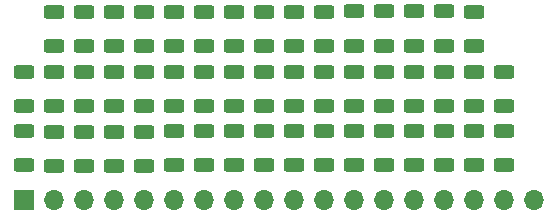
<source format=gts>
G04 #@! TF.GenerationSoftware,KiCad,Pcbnew,7.0.9-7.0.9~ubuntu22.04.1*
G04 #@! TF.CreationDate,2023-11-21T00:20:31+01:00*
G04 #@! TF.ProjectId,dac-pcb,6461632d-7063-4622-9e6b-696361645f70,rev?*
G04 #@! TF.SameCoordinates,Original*
G04 #@! TF.FileFunction,Soldermask,Top*
G04 #@! TF.FilePolarity,Negative*
%FSLAX46Y46*%
G04 Gerber Fmt 4.6, Leading zero omitted, Abs format (unit mm)*
G04 Created by KiCad (PCBNEW 7.0.9-7.0.9~ubuntu22.04.1) date 2023-11-21 00:20:31*
%MOMM*%
%LPD*%
G01*
G04 APERTURE LIST*
G04 Aperture macros list*
%AMRoundRect*
0 Rectangle with rounded corners*
0 $1 Rounding radius*
0 $2 $3 $4 $5 $6 $7 $8 $9 X,Y pos of 4 corners*
0 Add a 4 corners polygon primitive as box body*
4,1,4,$2,$3,$4,$5,$6,$7,$8,$9,$2,$3,0*
0 Add four circle primitives for the rounded corners*
1,1,$1+$1,$2,$3*
1,1,$1+$1,$4,$5*
1,1,$1+$1,$6,$7*
1,1,$1+$1,$8,$9*
0 Add four rect primitives between the rounded corners*
20,1,$1+$1,$2,$3,$4,$5,0*
20,1,$1+$1,$4,$5,$6,$7,0*
20,1,$1+$1,$6,$7,$8,$9,0*
20,1,$1+$1,$8,$9,$2,$3,0*%
G04 Aperture macros list end*
%ADD10RoundRect,0.250000X-0.625000X0.312500X-0.625000X-0.312500X0.625000X-0.312500X0.625000X0.312500X0*%
%ADD11RoundRect,0.250000X0.625000X-0.312500X0.625000X0.312500X-0.625000X0.312500X-0.625000X-0.312500X0*%
%ADD12R,1.700000X1.700000*%
%ADD13O,1.700000X1.700000*%
G04 APERTURE END LIST*
D10*
X160020000Y-24322500D03*
X160020000Y-21397500D03*
D11*
X137160000Y-19242500D03*
X137160000Y-16317500D03*
D10*
X149860000Y-29341000D03*
X149860000Y-26416000D03*
X157480000Y-24322500D03*
X157480000Y-21397500D03*
D11*
X152400000Y-19242500D03*
X152400000Y-16317500D03*
D10*
X154940000Y-29341000D03*
X154940000Y-26416000D03*
X170180000Y-29341000D03*
X170180000Y-26416000D03*
D11*
X139700000Y-19242500D03*
X139700000Y-16317500D03*
D10*
X165100000Y-29341000D03*
X165100000Y-26416000D03*
X170180000Y-24322500D03*
X170180000Y-21397500D03*
X167640000Y-24322500D03*
X167640000Y-21397500D03*
X134620000Y-24322500D03*
X134620000Y-21397500D03*
X144780000Y-29341000D03*
X144780000Y-26416000D03*
X162560000Y-24322500D03*
X162560000Y-21397500D03*
X134620000Y-26477500D03*
X134620000Y-29402500D03*
X139700000Y-26477500D03*
X139700000Y-29402500D03*
X152400000Y-24322500D03*
X152400000Y-21397500D03*
X144780000Y-24322500D03*
X144780000Y-21397500D03*
X160020000Y-29341000D03*
X160020000Y-26416000D03*
D11*
X149860000Y-16317500D03*
X149860000Y-19242500D03*
X132080000Y-16317500D03*
X132080000Y-19242500D03*
D10*
X129540000Y-24322500D03*
X129540000Y-21397500D03*
D11*
X134620000Y-19242500D03*
X134620000Y-16317500D03*
D10*
X129540000Y-29341000D03*
X129540000Y-26416000D03*
D11*
X157480000Y-19231800D03*
X157480000Y-16306800D03*
D10*
X147320000Y-26426700D03*
X147320000Y-29351700D03*
X147320000Y-21397500D03*
X147320000Y-24322500D03*
D11*
X165100000Y-19231800D03*
X165100000Y-16306800D03*
D10*
X137160000Y-21397500D03*
X137160000Y-24322500D03*
X167640000Y-29341000D03*
X167640000Y-26416000D03*
X152400000Y-29341000D03*
X152400000Y-26416000D03*
X149860000Y-24322500D03*
X149860000Y-21397500D03*
X154940000Y-24322500D03*
X154940000Y-21397500D03*
X142240000Y-26416000D03*
X142240000Y-29341000D03*
X137160000Y-29402500D03*
X137160000Y-26477500D03*
X139700000Y-21397500D03*
X139700000Y-24322500D03*
X142240000Y-24322500D03*
X142240000Y-21397500D03*
D12*
X129540000Y-32258000D03*
D13*
X132080000Y-32258000D03*
X134620000Y-32258000D03*
X137160000Y-32258000D03*
X139700000Y-32258000D03*
X142240000Y-32258000D03*
X144780000Y-32258000D03*
X147320000Y-32258000D03*
X149860000Y-32258000D03*
X152400000Y-32258000D03*
X154940000Y-32258000D03*
X157480000Y-32258000D03*
X160020000Y-32258000D03*
X162560000Y-32258000D03*
X165100000Y-32258000D03*
X167640000Y-32258000D03*
X170180000Y-32258000D03*
X172720000Y-32258000D03*
D11*
X160020000Y-19231800D03*
X160020000Y-16306800D03*
D10*
X132080000Y-26477500D03*
X132080000Y-29402500D03*
X165100000Y-24322500D03*
X165100000Y-21397500D03*
D11*
X142240000Y-19242500D03*
X142240000Y-16317500D03*
X167640000Y-19242500D03*
X167640000Y-16317500D03*
D10*
X157480000Y-29341000D03*
X157480000Y-26416000D03*
X132080000Y-21397500D03*
X132080000Y-24322500D03*
D11*
X154940000Y-19242500D03*
X154940000Y-16317500D03*
X144780000Y-19242500D03*
X144780000Y-16317500D03*
D10*
X162560000Y-29341000D03*
X162560000Y-26416000D03*
D11*
X147320000Y-19242500D03*
X147320000Y-16317500D03*
X162560000Y-19231800D03*
X162560000Y-16306800D03*
M02*

</source>
